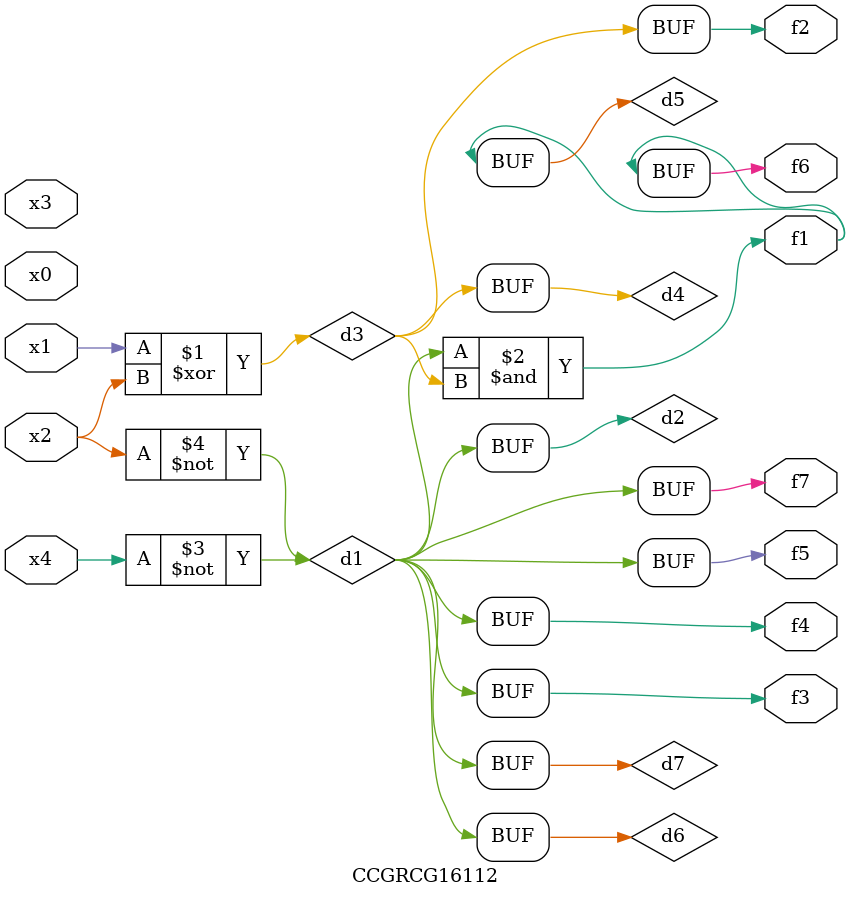
<source format=v>
module CCGRCG16112(
	input x0, x1, x2, x3, x4,
	output f1, f2, f3, f4, f5, f6, f7
);

	wire d1, d2, d3, d4, d5, d6, d7;

	not (d1, x4);
	not (d2, x2);
	xor (d3, x1, x2);
	buf (d4, d3);
	and (d5, d1, d3);
	buf (d6, d1, d2);
	buf (d7, d2);
	assign f1 = d5;
	assign f2 = d4;
	assign f3 = d7;
	assign f4 = d7;
	assign f5 = d7;
	assign f6 = d5;
	assign f7 = d7;
endmodule

</source>
